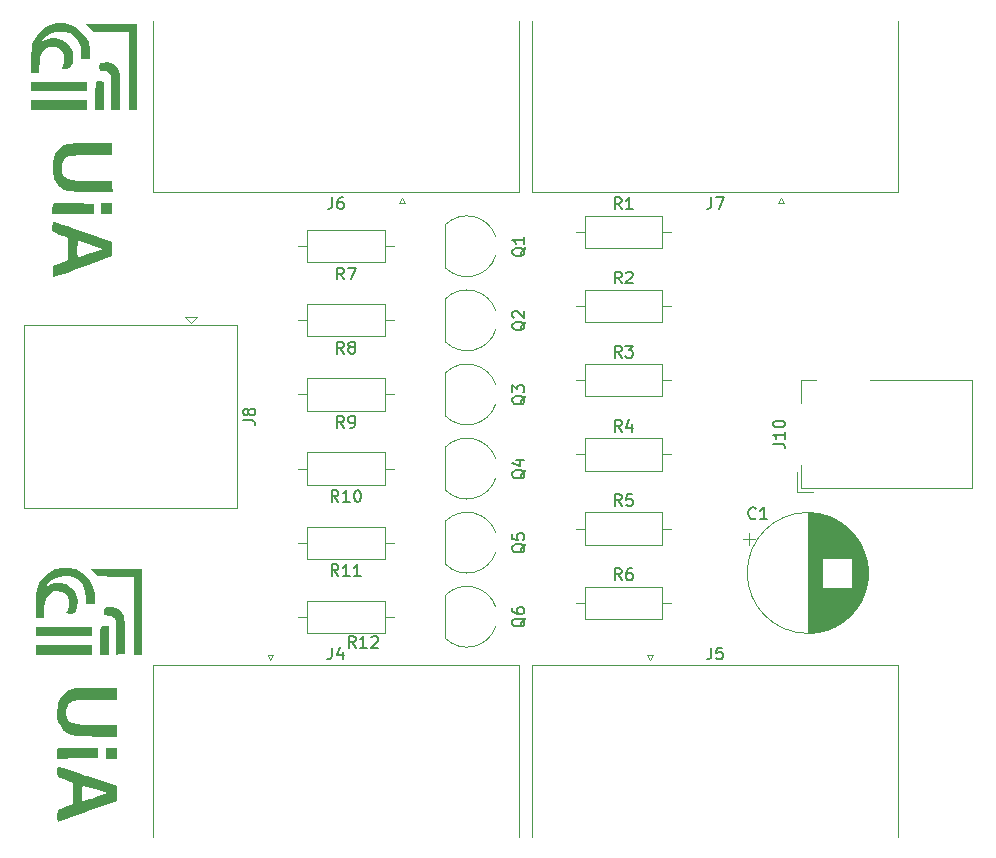
<source format=gbr>
%TF.GenerationSoftware,KiCad,Pcbnew,8.0.4*%
%TF.CreationDate,2024-09-02T12:40:36+02:00*%
%TF.ProjectId,Big7segDisplayDrv,42696737-7365-4674-9469-73706c617944,rev?*%
%TF.SameCoordinates,Original*%
%TF.FileFunction,Legend,Top*%
%TF.FilePolarity,Positive*%
%FSLAX46Y46*%
G04 Gerber Fmt 4.6, Leading zero omitted, Abs format (unit mm)*
G04 Created by KiCad (PCBNEW 8.0.4) date 2024-09-02 12:40:36*
%MOMM*%
%LPD*%
G01*
G04 APERTURE LIST*
%ADD10C,0.150000*%
%ADD11C,0.120000*%
%ADD12C,0.000000*%
G04 APERTURE END LIST*
D10*
X119176666Y-80785150D02*
X119176666Y-81499435D01*
X119176666Y-81499435D02*
X119129047Y-81642292D01*
X119129047Y-81642292D02*
X119033809Y-81737531D01*
X119033809Y-81737531D02*
X118890952Y-81785150D01*
X118890952Y-81785150D02*
X118795714Y-81785150D01*
X120081428Y-80785150D02*
X119890952Y-80785150D01*
X119890952Y-80785150D02*
X119795714Y-80832769D01*
X119795714Y-80832769D02*
X119748095Y-80880388D01*
X119748095Y-80880388D02*
X119652857Y-81023245D01*
X119652857Y-81023245D02*
X119605238Y-81213721D01*
X119605238Y-81213721D02*
X119605238Y-81594673D01*
X119605238Y-81594673D02*
X119652857Y-81689911D01*
X119652857Y-81689911D02*
X119700476Y-81737531D01*
X119700476Y-81737531D02*
X119795714Y-81785150D01*
X119795714Y-81785150D02*
X119986190Y-81785150D01*
X119986190Y-81785150D02*
X120081428Y-81737531D01*
X120081428Y-81737531D02*
X120129047Y-81689911D01*
X120129047Y-81689911D02*
X120176666Y-81594673D01*
X120176666Y-81594673D02*
X120176666Y-81356578D01*
X120176666Y-81356578D02*
X120129047Y-81261340D01*
X120129047Y-81261340D02*
X120081428Y-81213721D01*
X120081428Y-81213721D02*
X119986190Y-81166102D01*
X119986190Y-81166102D02*
X119795714Y-81166102D01*
X119795714Y-81166102D02*
X119700476Y-81213721D01*
X119700476Y-81213721D02*
X119652857Y-81261340D01*
X119652857Y-81261340D02*
X119605238Y-81356578D01*
X135530057Y-85047238D02*
X135482438Y-85142476D01*
X135482438Y-85142476D02*
X135387200Y-85237714D01*
X135387200Y-85237714D02*
X135244342Y-85380571D01*
X135244342Y-85380571D02*
X135196723Y-85475809D01*
X135196723Y-85475809D02*
X135196723Y-85571047D01*
X135434819Y-85523428D02*
X135387200Y-85618666D01*
X135387200Y-85618666D02*
X135291961Y-85713904D01*
X135291961Y-85713904D02*
X135101485Y-85761523D01*
X135101485Y-85761523D02*
X134768152Y-85761523D01*
X134768152Y-85761523D02*
X134577676Y-85713904D01*
X134577676Y-85713904D02*
X134482438Y-85618666D01*
X134482438Y-85618666D02*
X134434819Y-85523428D01*
X134434819Y-85523428D02*
X134434819Y-85332952D01*
X134434819Y-85332952D02*
X134482438Y-85237714D01*
X134482438Y-85237714D02*
X134577676Y-85142476D01*
X134577676Y-85142476D02*
X134768152Y-85094857D01*
X134768152Y-85094857D02*
X135101485Y-85094857D01*
X135101485Y-85094857D02*
X135291961Y-85142476D01*
X135291961Y-85142476D02*
X135387200Y-85237714D01*
X135387200Y-85237714D02*
X135434819Y-85332952D01*
X135434819Y-85332952D02*
X135434819Y-85523428D01*
X135434819Y-84142476D02*
X135434819Y-84713904D01*
X135434819Y-84428190D02*
X134434819Y-84428190D01*
X134434819Y-84428190D02*
X134577676Y-84523428D01*
X134577676Y-84523428D02*
X134672914Y-84618666D01*
X134672914Y-84618666D02*
X134720533Y-84713904D01*
X151276666Y-80785150D02*
X151276666Y-81499435D01*
X151276666Y-81499435D02*
X151229047Y-81642292D01*
X151229047Y-81642292D02*
X151133809Y-81737531D01*
X151133809Y-81737531D02*
X150990952Y-81785150D01*
X150990952Y-81785150D02*
X150895714Y-81785150D01*
X151657619Y-80785150D02*
X152324285Y-80785150D01*
X152324285Y-80785150D02*
X151895714Y-81785150D01*
X156504819Y-101659523D02*
X157219104Y-101659523D01*
X157219104Y-101659523D02*
X157361961Y-101707142D01*
X157361961Y-101707142D02*
X157457200Y-101802380D01*
X157457200Y-101802380D02*
X157504819Y-101945237D01*
X157504819Y-101945237D02*
X157504819Y-102040475D01*
X157504819Y-100659523D02*
X157504819Y-101230951D01*
X157504819Y-100945237D02*
X156504819Y-100945237D01*
X156504819Y-100945237D02*
X156647676Y-101040475D01*
X156647676Y-101040475D02*
X156742914Y-101135713D01*
X156742914Y-101135713D02*
X156790533Y-101230951D01*
X156504819Y-100040475D02*
X156504819Y-99945237D01*
X156504819Y-99945237D02*
X156552438Y-99849999D01*
X156552438Y-99849999D02*
X156600057Y-99802380D01*
X156600057Y-99802380D02*
X156695295Y-99754761D01*
X156695295Y-99754761D02*
X156885771Y-99707142D01*
X156885771Y-99707142D02*
X157123866Y-99707142D01*
X157123866Y-99707142D02*
X157314342Y-99754761D01*
X157314342Y-99754761D02*
X157409580Y-99802380D01*
X157409580Y-99802380D02*
X157457200Y-99849999D01*
X157457200Y-99849999D02*
X157504819Y-99945237D01*
X157504819Y-99945237D02*
X157504819Y-100040475D01*
X157504819Y-100040475D02*
X157457200Y-100135713D01*
X157457200Y-100135713D02*
X157409580Y-100183332D01*
X157409580Y-100183332D02*
X157314342Y-100230951D01*
X157314342Y-100230951D02*
X157123866Y-100278570D01*
X157123866Y-100278570D02*
X156885771Y-100278570D01*
X156885771Y-100278570D02*
X156695295Y-100230951D01*
X156695295Y-100230951D02*
X156600057Y-100183332D01*
X156600057Y-100183332D02*
X156552438Y-100135713D01*
X156552438Y-100135713D02*
X156504819Y-100040475D01*
X135530057Y-110143238D02*
X135482438Y-110238476D01*
X135482438Y-110238476D02*
X135387200Y-110333714D01*
X135387200Y-110333714D02*
X135244342Y-110476571D01*
X135244342Y-110476571D02*
X135196723Y-110571809D01*
X135196723Y-110571809D02*
X135196723Y-110667047D01*
X135434819Y-110619428D02*
X135387200Y-110714666D01*
X135387200Y-110714666D02*
X135291961Y-110809904D01*
X135291961Y-110809904D02*
X135101485Y-110857523D01*
X135101485Y-110857523D02*
X134768152Y-110857523D01*
X134768152Y-110857523D02*
X134577676Y-110809904D01*
X134577676Y-110809904D02*
X134482438Y-110714666D01*
X134482438Y-110714666D02*
X134434819Y-110619428D01*
X134434819Y-110619428D02*
X134434819Y-110428952D01*
X134434819Y-110428952D02*
X134482438Y-110333714D01*
X134482438Y-110333714D02*
X134577676Y-110238476D01*
X134577676Y-110238476D02*
X134768152Y-110190857D01*
X134768152Y-110190857D02*
X135101485Y-110190857D01*
X135101485Y-110190857D02*
X135291961Y-110238476D01*
X135291961Y-110238476D02*
X135387200Y-110333714D01*
X135387200Y-110333714D02*
X135434819Y-110428952D01*
X135434819Y-110428952D02*
X135434819Y-110619428D01*
X134434819Y-109286095D02*
X134434819Y-109762285D01*
X134434819Y-109762285D02*
X134911009Y-109809904D01*
X134911009Y-109809904D02*
X134863390Y-109762285D01*
X134863390Y-109762285D02*
X134815771Y-109667047D01*
X134815771Y-109667047D02*
X134815771Y-109428952D01*
X134815771Y-109428952D02*
X134863390Y-109333714D01*
X134863390Y-109333714D02*
X134911009Y-109286095D01*
X134911009Y-109286095D02*
X135006247Y-109238476D01*
X135006247Y-109238476D02*
X135244342Y-109238476D01*
X135244342Y-109238476D02*
X135339580Y-109286095D01*
X135339580Y-109286095D02*
X135387200Y-109333714D01*
X135387200Y-109333714D02*
X135434819Y-109428952D01*
X135434819Y-109428952D02*
X135434819Y-109667047D01*
X135434819Y-109667047D02*
X135387200Y-109762285D01*
X135387200Y-109762285D02*
X135339580Y-109809904D01*
X155033333Y-107959580D02*
X154985714Y-108007200D01*
X154985714Y-108007200D02*
X154842857Y-108054819D01*
X154842857Y-108054819D02*
X154747619Y-108054819D01*
X154747619Y-108054819D02*
X154604762Y-108007200D01*
X154604762Y-108007200D02*
X154509524Y-107911961D01*
X154509524Y-107911961D02*
X154461905Y-107816723D01*
X154461905Y-107816723D02*
X154414286Y-107626247D01*
X154414286Y-107626247D02*
X154414286Y-107483390D01*
X154414286Y-107483390D02*
X154461905Y-107292914D01*
X154461905Y-107292914D02*
X154509524Y-107197676D01*
X154509524Y-107197676D02*
X154604762Y-107102438D01*
X154604762Y-107102438D02*
X154747619Y-107054819D01*
X154747619Y-107054819D02*
X154842857Y-107054819D01*
X154842857Y-107054819D02*
X154985714Y-107102438D01*
X154985714Y-107102438D02*
X155033333Y-107150057D01*
X155985714Y-108054819D02*
X155414286Y-108054819D01*
X155700000Y-108054819D02*
X155700000Y-107054819D01*
X155700000Y-107054819D02*
X155604762Y-107197676D01*
X155604762Y-107197676D02*
X155509524Y-107292914D01*
X155509524Y-107292914D02*
X155414286Y-107340533D01*
X143673333Y-94370819D02*
X143340000Y-93894628D01*
X143101905Y-94370819D02*
X143101905Y-93370819D01*
X143101905Y-93370819D02*
X143482857Y-93370819D01*
X143482857Y-93370819D02*
X143578095Y-93418438D01*
X143578095Y-93418438D02*
X143625714Y-93466057D01*
X143625714Y-93466057D02*
X143673333Y-93561295D01*
X143673333Y-93561295D02*
X143673333Y-93704152D01*
X143673333Y-93704152D02*
X143625714Y-93799390D01*
X143625714Y-93799390D02*
X143578095Y-93847009D01*
X143578095Y-93847009D02*
X143482857Y-93894628D01*
X143482857Y-93894628D02*
X143101905Y-93894628D01*
X144006667Y-93370819D02*
X144625714Y-93370819D01*
X144625714Y-93370819D02*
X144292381Y-93751771D01*
X144292381Y-93751771D02*
X144435238Y-93751771D01*
X144435238Y-93751771D02*
X144530476Y-93799390D01*
X144530476Y-93799390D02*
X144578095Y-93847009D01*
X144578095Y-93847009D02*
X144625714Y-93942247D01*
X144625714Y-93942247D02*
X144625714Y-94180342D01*
X144625714Y-94180342D02*
X144578095Y-94275580D01*
X144578095Y-94275580D02*
X144530476Y-94323200D01*
X144530476Y-94323200D02*
X144435238Y-94370819D01*
X144435238Y-94370819D02*
X144149524Y-94370819D01*
X144149524Y-94370819D02*
X144054286Y-94323200D01*
X144054286Y-94323200D02*
X144006667Y-94275580D01*
X135530057Y-91321238D02*
X135482438Y-91416476D01*
X135482438Y-91416476D02*
X135387200Y-91511714D01*
X135387200Y-91511714D02*
X135244342Y-91654571D01*
X135244342Y-91654571D02*
X135196723Y-91749809D01*
X135196723Y-91749809D02*
X135196723Y-91845047D01*
X135434819Y-91797428D02*
X135387200Y-91892666D01*
X135387200Y-91892666D02*
X135291961Y-91987904D01*
X135291961Y-91987904D02*
X135101485Y-92035523D01*
X135101485Y-92035523D02*
X134768152Y-92035523D01*
X134768152Y-92035523D02*
X134577676Y-91987904D01*
X134577676Y-91987904D02*
X134482438Y-91892666D01*
X134482438Y-91892666D02*
X134434819Y-91797428D01*
X134434819Y-91797428D02*
X134434819Y-91606952D01*
X134434819Y-91606952D02*
X134482438Y-91511714D01*
X134482438Y-91511714D02*
X134577676Y-91416476D01*
X134577676Y-91416476D02*
X134768152Y-91368857D01*
X134768152Y-91368857D02*
X135101485Y-91368857D01*
X135101485Y-91368857D02*
X135291961Y-91416476D01*
X135291961Y-91416476D02*
X135387200Y-91511714D01*
X135387200Y-91511714D02*
X135434819Y-91606952D01*
X135434819Y-91606952D02*
X135434819Y-91797428D01*
X134530057Y-90987904D02*
X134482438Y-90940285D01*
X134482438Y-90940285D02*
X134434819Y-90845047D01*
X134434819Y-90845047D02*
X134434819Y-90606952D01*
X134434819Y-90606952D02*
X134482438Y-90511714D01*
X134482438Y-90511714D02*
X134530057Y-90464095D01*
X134530057Y-90464095D02*
X134625295Y-90416476D01*
X134625295Y-90416476D02*
X134720533Y-90416476D01*
X134720533Y-90416476D02*
X134863390Y-90464095D01*
X134863390Y-90464095D02*
X135434819Y-91035523D01*
X135434819Y-91035523D02*
X135434819Y-90416476D01*
X111654819Y-99695833D02*
X112369104Y-99695833D01*
X112369104Y-99695833D02*
X112511961Y-99743452D01*
X112511961Y-99743452D02*
X112607200Y-99838690D01*
X112607200Y-99838690D02*
X112654819Y-99981547D01*
X112654819Y-99981547D02*
X112654819Y-100076785D01*
X112083390Y-99076785D02*
X112035771Y-99172023D01*
X112035771Y-99172023D02*
X111988152Y-99219642D01*
X111988152Y-99219642D02*
X111892914Y-99267261D01*
X111892914Y-99267261D02*
X111845295Y-99267261D01*
X111845295Y-99267261D02*
X111750057Y-99219642D01*
X111750057Y-99219642D02*
X111702438Y-99172023D01*
X111702438Y-99172023D02*
X111654819Y-99076785D01*
X111654819Y-99076785D02*
X111654819Y-98886309D01*
X111654819Y-98886309D02*
X111702438Y-98791071D01*
X111702438Y-98791071D02*
X111750057Y-98743452D01*
X111750057Y-98743452D02*
X111845295Y-98695833D01*
X111845295Y-98695833D02*
X111892914Y-98695833D01*
X111892914Y-98695833D02*
X111988152Y-98743452D01*
X111988152Y-98743452D02*
X112035771Y-98791071D01*
X112035771Y-98791071D02*
X112083390Y-98886309D01*
X112083390Y-98886309D02*
X112083390Y-99076785D01*
X112083390Y-99076785D02*
X112131009Y-99172023D01*
X112131009Y-99172023D02*
X112178628Y-99219642D01*
X112178628Y-99219642D02*
X112273866Y-99267261D01*
X112273866Y-99267261D02*
X112464342Y-99267261D01*
X112464342Y-99267261D02*
X112559580Y-99219642D01*
X112559580Y-99219642D02*
X112607200Y-99172023D01*
X112607200Y-99172023D02*
X112654819Y-99076785D01*
X112654819Y-99076785D02*
X112654819Y-98886309D01*
X112654819Y-98886309D02*
X112607200Y-98791071D01*
X112607200Y-98791071D02*
X112559580Y-98743452D01*
X112559580Y-98743452D02*
X112464342Y-98695833D01*
X112464342Y-98695833D02*
X112273866Y-98695833D01*
X112273866Y-98695833D02*
X112178628Y-98743452D01*
X112178628Y-98743452D02*
X112131009Y-98791071D01*
X112131009Y-98791071D02*
X112083390Y-98886309D01*
X135530057Y-103869238D02*
X135482438Y-103964476D01*
X135482438Y-103964476D02*
X135387200Y-104059714D01*
X135387200Y-104059714D02*
X135244342Y-104202571D01*
X135244342Y-104202571D02*
X135196723Y-104297809D01*
X135196723Y-104297809D02*
X135196723Y-104393047D01*
X135434819Y-104345428D02*
X135387200Y-104440666D01*
X135387200Y-104440666D02*
X135291961Y-104535904D01*
X135291961Y-104535904D02*
X135101485Y-104583523D01*
X135101485Y-104583523D02*
X134768152Y-104583523D01*
X134768152Y-104583523D02*
X134577676Y-104535904D01*
X134577676Y-104535904D02*
X134482438Y-104440666D01*
X134482438Y-104440666D02*
X134434819Y-104345428D01*
X134434819Y-104345428D02*
X134434819Y-104154952D01*
X134434819Y-104154952D02*
X134482438Y-104059714D01*
X134482438Y-104059714D02*
X134577676Y-103964476D01*
X134577676Y-103964476D02*
X134768152Y-103916857D01*
X134768152Y-103916857D02*
X135101485Y-103916857D01*
X135101485Y-103916857D02*
X135291961Y-103964476D01*
X135291961Y-103964476D02*
X135387200Y-104059714D01*
X135387200Y-104059714D02*
X135434819Y-104154952D01*
X135434819Y-104154952D02*
X135434819Y-104345428D01*
X134768152Y-103059714D02*
X135434819Y-103059714D01*
X134387200Y-103297809D02*
X135101485Y-103535904D01*
X135101485Y-103535904D02*
X135101485Y-102916857D01*
X120173333Y-100310819D02*
X119840000Y-99834628D01*
X119601905Y-100310819D02*
X119601905Y-99310819D01*
X119601905Y-99310819D02*
X119982857Y-99310819D01*
X119982857Y-99310819D02*
X120078095Y-99358438D01*
X120078095Y-99358438D02*
X120125714Y-99406057D01*
X120125714Y-99406057D02*
X120173333Y-99501295D01*
X120173333Y-99501295D02*
X120173333Y-99644152D01*
X120173333Y-99644152D02*
X120125714Y-99739390D01*
X120125714Y-99739390D02*
X120078095Y-99787009D01*
X120078095Y-99787009D02*
X119982857Y-99834628D01*
X119982857Y-99834628D02*
X119601905Y-99834628D01*
X120649524Y-100310819D02*
X120840000Y-100310819D01*
X120840000Y-100310819D02*
X120935238Y-100263200D01*
X120935238Y-100263200D02*
X120982857Y-100215580D01*
X120982857Y-100215580D02*
X121078095Y-100072723D01*
X121078095Y-100072723D02*
X121125714Y-99882247D01*
X121125714Y-99882247D02*
X121125714Y-99501295D01*
X121125714Y-99501295D02*
X121078095Y-99406057D01*
X121078095Y-99406057D02*
X121030476Y-99358438D01*
X121030476Y-99358438D02*
X120935238Y-99310819D01*
X120935238Y-99310819D02*
X120744762Y-99310819D01*
X120744762Y-99310819D02*
X120649524Y-99358438D01*
X120649524Y-99358438D02*
X120601905Y-99406057D01*
X120601905Y-99406057D02*
X120554286Y-99501295D01*
X120554286Y-99501295D02*
X120554286Y-99739390D01*
X120554286Y-99739390D02*
X120601905Y-99834628D01*
X120601905Y-99834628D02*
X120649524Y-99882247D01*
X120649524Y-99882247D02*
X120744762Y-99929866D01*
X120744762Y-99929866D02*
X120935238Y-99929866D01*
X120935238Y-99929866D02*
X121030476Y-99882247D01*
X121030476Y-99882247D02*
X121078095Y-99834628D01*
X121078095Y-99834628D02*
X121125714Y-99739390D01*
X143673333Y-81810819D02*
X143340000Y-81334628D01*
X143101905Y-81810819D02*
X143101905Y-80810819D01*
X143101905Y-80810819D02*
X143482857Y-80810819D01*
X143482857Y-80810819D02*
X143578095Y-80858438D01*
X143578095Y-80858438D02*
X143625714Y-80906057D01*
X143625714Y-80906057D02*
X143673333Y-81001295D01*
X143673333Y-81001295D02*
X143673333Y-81144152D01*
X143673333Y-81144152D02*
X143625714Y-81239390D01*
X143625714Y-81239390D02*
X143578095Y-81287009D01*
X143578095Y-81287009D02*
X143482857Y-81334628D01*
X143482857Y-81334628D02*
X143101905Y-81334628D01*
X144625714Y-81810819D02*
X144054286Y-81810819D01*
X144340000Y-81810819D02*
X144340000Y-80810819D01*
X144340000Y-80810819D02*
X144244762Y-80953676D01*
X144244762Y-80953676D02*
X144149524Y-81048914D01*
X144149524Y-81048914D02*
X144054286Y-81096533D01*
X143673333Y-88090819D02*
X143340000Y-87614628D01*
X143101905Y-88090819D02*
X143101905Y-87090819D01*
X143101905Y-87090819D02*
X143482857Y-87090819D01*
X143482857Y-87090819D02*
X143578095Y-87138438D01*
X143578095Y-87138438D02*
X143625714Y-87186057D01*
X143625714Y-87186057D02*
X143673333Y-87281295D01*
X143673333Y-87281295D02*
X143673333Y-87424152D01*
X143673333Y-87424152D02*
X143625714Y-87519390D01*
X143625714Y-87519390D02*
X143578095Y-87567009D01*
X143578095Y-87567009D02*
X143482857Y-87614628D01*
X143482857Y-87614628D02*
X143101905Y-87614628D01*
X144054286Y-87186057D02*
X144101905Y-87138438D01*
X144101905Y-87138438D02*
X144197143Y-87090819D01*
X144197143Y-87090819D02*
X144435238Y-87090819D01*
X144435238Y-87090819D02*
X144530476Y-87138438D01*
X144530476Y-87138438D02*
X144578095Y-87186057D01*
X144578095Y-87186057D02*
X144625714Y-87281295D01*
X144625714Y-87281295D02*
X144625714Y-87376533D01*
X144625714Y-87376533D02*
X144578095Y-87519390D01*
X144578095Y-87519390D02*
X144006667Y-88090819D01*
X144006667Y-88090819D02*
X144625714Y-88090819D01*
X119156666Y-118924488D02*
X119156666Y-119638773D01*
X119156666Y-119638773D02*
X119109047Y-119781630D01*
X119109047Y-119781630D02*
X119013809Y-119876869D01*
X119013809Y-119876869D02*
X118870952Y-119924488D01*
X118870952Y-119924488D02*
X118775714Y-119924488D01*
X120061428Y-119257821D02*
X120061428Y-119924488D01*
X119823333Y-118876869D02*
X119585238Y-119591154D01*
X119585238Y-119591154D02*
X120204285Y-119591154D01*
X120173333Y-94030819D02*
X119840000Y-93554628D01*
X119601905Y-94030819D02*
X119601905Y-93030819D01*
X119601905Y-93030819D02*
X119982857Y-93030819D01*
X119982857Y-93030819D02*
X120078095Y-93078438D01*
X120078095Y-93078438D02*
X120125714Y-93126057D01*
X120125714Y-93126057D02*
X120173333Y-93221295D01*
X120173333Y-93221295D02*
X120173333Y-93364152D01*
X120173333Y-93364152D02*
X120125714Y-93459390D01*
X120125714Y-93459390D02*
X120078095Y-93507009D01*
X120078095Y-93507009D02*
X119982857Y-93554628D01*
X119982857Y-93554628D02*
X119601905Y-93554628D01*
X120744762Y-93459390D02*
X120649524Y-93411771D01*
X120649524Y-93411771D02*
X120601905Y-93364152D01*
X120601905Y-93364152D02*
X120554286Y-93268914D01*
X120554286Y-93268914D02*
X120554286Y-93221295D01*
X120554286Y-93221295D02*
X120601905Y-93126057D01*
X120601905Y-93126057D02*
X120649524Y-93078438D01*
X120649524Y-93078438D02*
X120744762Y-93030819D01*
X120744762Y-93030819D02*
X120935238Y-93030819D01*
X120935238Y-93030819D02*
X121030476Y-93078438D01*
X121030476Y-93078438D02*
X121078095Y-93126057D01*
X121078095Y-93126057D02*
X121125714Y-93221295D01*
X121125714Y-93221295D02*
X121125714Y-93268914D01*
X121125714Y-93268914D02*
X121078095Y-93364152D01*
X121078095Y-93364152D02*
X121030476Y-93411771D01*
X121030476Y-93411771D02*
X120935238Y-93459390D01*
X120935238Y-93459390D02*
X120744762Y-93459390D01*
X120744762Y-93459390D02*
X120649524Y-93507009D01*
X120649524Y-93507009D02*
X120601905Y-93554628D01*
X120601905Y-93554628D02*
X120554286Y-93649866D01*
X120554286Y-93649866D02*
X120554286Y-93840342D01*
X120554286Y-93840342D02*
X120601905Y-93935580D01*
X120601905Y-93935580D02*
X120649524Y-93983200D01*
X120649524Y-93983200D02*
X120744762Y-94030819D01*
X120744762Y-94030819D02*
X120935238Y-94030819D01*
X120935238Y-94030819D02*
X121030476Y-93983200D01*
X121030476Y-93983200D02*
X121078095Y-93935580D01*
X121078095Y-93935580D02*
X121125714Y-93840342D01*
X121125714Y-93840342D02*
X121125714Y-93649866D01*
X121125714Y-93649866D02*
X121078095Y-93554628D01*
X121078095Y-93554628D02*
X121030476Y-93507009D01*
X121030476Y-93507009D02*
X120935238Y-93459390D01*
X143673333Y-100650819D02*
X143340000Y-100174628D01*
X143101905Y-100650819D02*
X143101905Y-99650819D01*
X143101905Y-99650819D02*
X143482857Y-99650819D01*
X143482857Y-99650819D02*
X143578095Y-99698438D01*
X143578095Y-99698438D02*
X143625714Y-99746057D01*
X143625714Y-99746057D02*
X143673333Y-99841295D01*
X143673333Y-99841295D02*
X143673333Y-99984152D01*
X143673333Y-99984152D02*
X143625714Y-100079390D01*
X143625714Y-100079390D02*
X143578095Y-100127009D01*
X143578095Y-100127009D02*
X143482857Y-100174628D01*
X143482857Y-100174628D02*
X143101905Y-100174628D01*
X144530476Y-99984152D02*
X144530476Y-100650819D01*
X144292381Y-99603200D02*
X144054286Y-100317485D01*
X144054286Y-100317485D02*
X144673333Y-100317485D01*
X135530057Y-116417238D02*
X135482438Y-116512476D01*
X135482438Y-116512476D02*
X135387200Y-116607714D01*
X135387200Y-116607714D02*
X135244342Y-116750571D01*
X135244342Y-116750571D02*
X135196723Y-116845809D01*
X135196723Y-116845809D02*
X135196723Y-116941047D01*
X135434819Y-116893428D02*
X135387200Y-116988666D01*
X135387200Y-116988666D02*
X135291961Y-117083904D01*
X135291961Y-117083904D02*
X135101485Y-117131523D01*
X135101485Y-117131523D02*
X134768152Y-117131523D01*
X134768152Y-117131523D02*
X134577676Y-117083904D01*
X134577676Y-117083904D02*
X134482438Y-116988666D01*
X134482438Y-116988666D02*
X134434819Y-116893428D01*
X134434819Y-116893428D02*
X134434819Y-116702952D01*
X134434819Y-116702952D02*
X134482438Y-116607714D01*
X134482438Y-116607714D02*
X134577676Y-116512476D01*
X134577676Y-116512476D02*
X134768152Y-116464857D01*
X134768152Y-116464857D02*
X135101485Y-116464857D01*
X135101485Y-116464857D02*
X135291961Y-116512476D01*
X135291961Y-116512476D02*
X135387200Y-116607714D01*
X135387200Y-116607714D02*
X135434819Y-116702952D01*
X135434819Y-116702952D02*
X135434819Y-116893428D01*
X134434819Y-115607714D02*
X134434819Y-115798190D01*
X134434819Y-115798190D02*
X134482438Y-115893428D01*
X134482438Y-115893428D02*
X134530057Y-115941047D01*
X134530057Y-115941047D02*
X134672914Y-116036285D01*
X134672914Y-116036285D02*
X134863390Y-116083904D01*
X134863390Y-116083904D02*
X135244342Y-116083904D01*
X135244342Y-116083904D02*
X135339580Y-116036285D01*
X135339580Y-116036285D02*
X135387200Y-115988666D01*
X135387200Y-115988666D02*
X135434819Y-115893428D01*
X135434819Y-115893428D02*
X135434819Y-115702952D01*
X135434819Y-115702952D02*
X135387200Y-115607714D01*
X135387200Y-115607714D02*
X135339580Y-115560095D01*
X135339580Y-115560095D02*
X135244342Y-115512476D01*
X135244342Y-115512476D02*
X135006247Y-115512476D01*
X135006247Y-115512476D02*
X134911009Y-115560095D01*
X134911009Y-115560095D02*
X134863390Y-115607714D01*
X134863390Y-115607714D02*
X134815771Y-115702952D01*
X134815771Y-115702952D02*
X134815771Y-115893428D01*
X134815771Y-115893428D02*
X134863390Y-115988666D01*
X134863390Y-115988666D02*
X134911009Y-116036285D01*
X134911009Y-116036285D02*
X135006247Y-116083904D01*
X119697142Y-106590819D02*
X119363809Y-106114628D01*
X119125714Y-106590819D02*
X119125714Y-105590819D01*
X119125714Y-105590819D02*
X119506666Y-105590819D01*
X119506666Y-105590819D02*
X119601904Y-105638438D01*
X119601904Y-105638438D02*
X119649523Y-105686057D01*
X119649523Y-105686057D02*
X119697142Y-105781295D01*
X119697142Y-105781295D02*
X119697142Y-105924152D01*
X119697142Y-105924152D02*
X119649523Y-106019390D01*
X119649523Y-106019390D02*
X119601904Y-106067009D01*
X119601904Y-106067009D02*
X119506666Y-106114628D01*
X119506666Y-106114628D02*
X119125714Y-106114628D01*
X120649523Y-106590819D02*
X120078095Y-106590819D01*
X120363809Y-106590819D02*
X120363809Y-105590819D01*
X120363809Y-105590819D02*
X120268571Y-105733676D01*
X120268571Y-105733676D02*
X120173333Y-105828914D01*
X120173333Y-105828914D02*
X120078095Y-105876533D01*
X121268571Y-105590819D02*
X121363809Y-105590819D01*
X121363809Y-105590819D02*
X121459047Y-105638438D01*
X121459047Y-105638438D02*
X121506666Y-105686057D01*
X121506666Y-105686057D02*
X121554285Y-105781295D01*
X121554285Y-105781295D02*
X121601904Y-105971771D01*
X121601904Y-105971771D02*
X121601904Y-106209866D01*
X121601904Y-106209866D02*
X121554285Y-106400342D01*
X121554285Y-106400342D02*
X121506666Y-106495580D01*
X121506666Y-106495580D02*
X121459047Y-106543200D01*
X121459047Y-106543200D02*
X121363809Y-106590819D01*
X121363809Y-106590819D02*
X121268571Y-106590819D01*
X121268571Y-106590819D02*
X121173333Y-106543200D01*
X121173333Y-106543200D02*
X121125714Y-106495580D01*
X121125714Y-106495580D02*
X121078095Y-106400342D01*
X121078095Y-106400342D02*
X121030476Y-106209866D01*
X121030476Y-106209866D02*
X121030476Y-105971771D01*
X121030476Y-105971771D02*
X121078095Y-105781295D01*
X121078095Y-105781295D02*
X121125714Y-105686057D01*
X121125714Y-105686057D02*
X121173333Y-105638438D01*
X121173333Y-105638438D02*
X121268571Y-105590819D01*
X121157142Y-118954819D02*
X120823809Y-118478628D01*
X120585714Y-118954819D02*
X120585714Y-117954819D01*
X120585714Y-117954819D02*
X120966666Y-117954819D01*
X120966666Y-117954819D02*
X121061904Y-118002438D01*
X121061904Y-118002438D02*
X121109523Y-118050057D01*
X121109523Y-118050057D02*
X121157142Y-118145295D01*
X121157142Y-118145295D02*
X121157142Y-118288152D01*
X121157142Y-118288152D02*
X121109523Y-118383390D01*
X121109523Y-118383390D02*
X121061904Y-118431009D01*
X121061904Y-118431009D02*
X120966666Y-118478628D01*
X120966666Y-118478628D02*
X120585714Y-118478628D01*
X122109523Y-118954819D02*
X121538095Y-118954819D01*
X121823809Y-118954819D02*
X121823809Y-117954819D01*
X121823809Y-117954819D02*
X121728571Y-118097676D01*
X121728571Y-118097676D02*
X121633333Y-118192914D01*
X121633333Y-118192914D02*
X121538095Y-118240533D01*
X122490476Y-118050057D02*
X122538095Y-118002438D01*
X122538095Y-118002438D02*
X122633333Y-117954819D01*
X122633333Y-117954819D02*
X122871428Y-117954819D01*
X122871428Y-117954819D02*
X122966666Y-118002438D01*
X122966666Y-118002438D02*
X123014285Y-118050057D01*
X123014285Y-118050057D02*
X123061904Y-118145295D01*
X123061904Y-118145295D02*
X123061904Y-118240533D01*
X123061904Y-118240533D02*
X123014285Y-118383390D01*
X123014285Y-118383390D02*
X122442857Y-118954819D01*
X122442857Y-118954819D02*
X123061904Y-118954819D01*
X120173333Y-87750819D02*
X119840000Y-87274628D01*
X119601905Y-87750819D02*
X119601905Y-86750819D01*
X119601905Y-86750819D02*
X119982857Y-86750819D01*
X119982857Y-86750819D02*
X120078095Y-86798438D01*
X120078095Y-86798438D02*
X120125714Y-86846057D01*
X120125714Y-86846057D02*
X120173333Y-86941295D01*
X120173333Y-86941295D02*
X120173333Y-87084152D01*
X120173333Y-87084152D02*
X120125714Y-87179390D01*
X120125714Y-87179390D02*
X120078095Y-87227009D01*
X120078095Y-87227009D02*
X119982857Y-87274628D01*
X119982857Y-87274628D02*
X119601905Y-87274628D01*
X120506667Y-86750819D02*
X121173333Y-86750819D01*
X121173333Y-86750819D02*
X120744762Y-87750819D01*
X151256666Y-118924488D02*
X151256666Y-119638773D01*
X151256666Y-119638773D02*
X151209047Y-119781630D01*
X151209047Y-119781630D02*
X151113809Y-119876869D01*
X151113809Y-119876869D02*
X150970952Y-119924488D01*
X150970952Y-119924488D02*
X150875714Y-119924488D01*
X152209047Y-118924488D02*
X151732857Y-118924488D01*
X151732857Y-118924488D02*
X151685238Y-119400678D01*
X151685238Y-119400678D02*
X151732857Y-119353059D01*
X151732857Y-119353059D02*
X151828095Y-119305440D01*
X151828095Y-119305440D02*
X152066190Y-119305440D01*
X152066190Y-119305440D02*
X152161428Y-119353059D01*
X152161428Y-119353059D02*
X152209047Y-119400678D01*
X152209047Y-119400678D02*
X152256666Y-119495916D01*
X152256666Y-119495916D02*
X152256666Y-119734011D01*
X152256666Y-119734011D02*
X152209047Y-119829249D01*
X152209047Y-119829249D02*
X152161428Y-119876869D01*
X152161428Y-119876869D02*
X152066190Y-119924488D01*
X152066190Y-119924488D02*
X151828095Y-119924488D01*
X151828095Y-119924488D02*
X151732857Y-119876869D01*
X151732857Y-119876869D02*
X151685238Y-119829249D01*
X143673333Y-113210819D02*
X143340000Y-112734628D01*
X143101905Y-113210819D02*
X143101905Y-112210819D01*
X143101905Y-112210819D02*
X143482857Y-112210819D01*
X143482857Y-112210819D02*
X143578095Y-112258438D01*
X143578095Y-112258438D02*
X143625714Y-112306057D01*
X143625714Y-112306057D02*
X143673333Y-112401295D01*
X143673333Y-112401295D02*
X143673333Y-112544152D01*
X143673333Y-112544152D02*
X143625714Y-112639390D01*
X143625714Y-112639390D02*
X143578095Y-112687009D01*
X143578095Y-112687009D02*
X143482857Y-112734628D01*
X143482857Y-112734628D02*
X143101905Y-112734628D01*
X144530476Y-112210819D02*
X144340000Y-112210819D01*
X144340000Y-112210819D02*
X144244762Y-112258438D01*
X144244762Y-112258438D02*
X144197143Y-112306057D01*
X144197143Y-112306057D02*
X144101905Y-112448914D01*
X144101905Y-112448914D02*
X144054286Y-112639390D01*
X144054286Y-112639390D02*
X144054286Y-113020342D01*
X144054286Y-113020342D02*
X144101905Y-113115580D01*
X144101905Y-113115580D02*
X144149524Y-113163200D01*
X144149524Y-113163200D02*
X144244762Y-113210819D01*
X144244762Y-113210819D02*
X144435238Y-113210819D01*
X144435238Y-113210819D02*
X144530476Y-113163200D01*
X144530476Y-113163200D02*
X144578095Y-113115580D01*
X144578095Y-113115580D02*
X144625714Y-113020342D01*
X144625714Y-113020342D02*
X144625714Y-112782247D01*
X144625714Y-112782247D02*
X144578095Y-112687009D01*
X144578095Y-112687009D02*
X144530476Y-112639390D01*
X144530476Y-112639390D02*
X144435238Y-112591771D01*
X144435238Y-112591771D02*
X144244762Y-112591771D01*
X144244762Y-112591771D02*
X144149524Y-112639390D01*
X144149524Y-112639390D02*
X144101905Y-112687009D01*
X144101905Y-112687009D02*
X144054286Y-112782247D01*
X143673333Y-106930819D02*
X143340000Y-106454628D01*
X143101905Y-106930819D02*
X143101905Y-105930819D01*
X143101905Y-105930819D02*
X143482857Y-105930819D01*
X143482857Y-105930819D02*
X143578095Y-105978438D01*
X143578095Y-105978438D02*
X143625714Y-106026057D01*
X143625714Y-106026057D02*
X143673333Y-106121295D01*
X143673333Y-106121295D02*
X143673333Y-106264152D01*
X143673333Y-106264152D02*
X143625714Y-106359390D01*
X143625714Y-106359390D02*
X143578095Y-106407009D01*
X143578095Y-106407009D02*
X143482857Y-106454628D01*
X143482857Y-106454628D02*
X143101905Y-106454628D01*
X144578095Y-105930819D02*
X144101905Y-105930819D01*
X144101905Y-105930819D02*
X144054286Y-106407009D01*
X144054286Y-106407009D02*
X144101905Y-106359390D01*
X144101905Y-106359390D02*
X144197143Y-106311771D01*
X144197143Y-106311771D02*
X144435238Y-106311771D01*
X144435238Y-106311771D02*
X144530476Y-106359390D01*
X144530476Y-106359390D02*
X144578095Y-106407009D01*
X144578095Y-106407009D02*
X144625714Y-106502247D01*
X144625714Y-106502247D02*
X144625714Y-106740342D01*
X144625714Y-106740342D02*
X144578095Y-106835580D01*
X144578095Y-106835580D02*
X144530476Y-106883200D01*
X144530476Y-106883200D02*
X144435238Y-106930819D01*
X144435238Y-106930819D02*
X144197143Y-106930819D01*
X144197143Y-106930819D02*
X144101905Y-106883200D01*
X144101905Y-106883200D02*
X144054286Y-106835580D01*
X119697142Y-112870819D02*
X119363809Y-112394628D01*
X119125714Y-112870819D02*
X119125714Y-111870819D01*
X119125714Y-111870819D02*
X119506666Y-111870819D01*
X119506666Y-111870819D02*
X119601904Y-111918438D01*
X119601904Y-111918438D02*
X119649523Y-111966057D01*
X119649523Y-111966057D02*
X119697142Y-112061295D01*
X119697142Y-112061295D02*
X119697142Y-112204152D01*
X119697142Y-112204152D02*
X119649523Y-112299390D01*
X119649523Y-112299390D02*
X119601904Y-112347009D01*
X119601904Y-112347009D02*
X119506666Y-112394628D01*
X119506666Y-112394628D02*
X119125714Y-112394628D01*
X120649523Y-112870819D02*
X120078095Y-112870819D01*
X120363809Y-112870819D02*
X120363809Y-111870819D01*
X120363809Y-111870819D02*
X120268571Y-112013676D01*
X120268571Y-112013676D02*
X120173333Y-112108914D01*
X120173333Y-112108914D02*
X120078095Y-112156533D01*
X121601904Y-112870819D02*
X121030476Y-112870819D01*
X121316190Y-112870819D02*
X121316190Y-111870819D01*
X121316190Y-111870819D02*
X121220952Y-112013676D01*
X121220952Y-112013676D02*
X121125714Y-112108914D01*
X121125714Y-112108914D02*
X121030476Y-112156533D01*
X135530057Y-97595238D02*
X135482438Y-97690476D01*
X135482438Y-97690476D02*
X135387200Y-97785714D01*
X135387200Y-97785714D02*
X135244342Y-97928571D01*
X135244342Y-97928571D02*
X135196723Y-98023809D01*
X135196723Y-98023809D02*
X135196723Y-98119047D01*
X135434819Y-98071428D02*
X135387200Y-98166666D01*
X135387200Y-98166666D02*
X135291961Y-98261904D01*
X135291961Y-98261904D02*
X135101485Y-98309523D01*
X135101485Y-98309523D02*
X134768152Y-98309523D01*
X134768152Y-98309523D02*
X134577676Y-98261904D01*
X134577676Y-98261904D02*
X134482438Y-98166666D01*
X134482438Y-98166666D02*
X134434819Y-98071428D01*
X134434819Y-98071428D02*
X134434819Y-97880952D01*
X134434819Y-97880952D02*
X134482438Y-97785714D01*
X134482438Y-97785714D02*
X134577676Y-97690476D01*
X134577676Y-97690476D02*
X134768152Y-97642857D01*
X134768152Y-97642857D02*
X135101485Y-97642857D01*
X135101485Y-97642857D02*
X135291961Y-97690476D01*
X135291961Y-97690476D02*
X135387200Y-97785714D01*
X135387200Y-97785714D02*
X135434819Y-97880952D01*
X135434819Y-97880952D02*
X135434819Y-98071428D01*
X134434819Y-97309523D02*
X134434819Y-96690476D01*
X134434819Y-96690476D02*
X134815771Y-97023809D01*
X134815771Y-97023809D02*
X134815771Y-96880952D01*
X134815771Y-96880952D02*
X134863390Y-96785714D01*
X134863390Y-96785714D02*
X134911009Y-96738095D01*
X134911009Y-96738095D02*
X135006247Y-96690476D01*
X135006247Y-96690476D02*
X135244342Y-96690476D01*
X135244342Y-96690476D02*
X135339580Y-96738095D01*
X135339580Y-96738095D02*
X135387200Y-96785714D01*
X135387200Y-96785714D02*
X135434819Y-96880952D01*
X135434819Y-96880952D02*
X135434819Y-97166666D01*
X135434819Y-97166666D02*
X135387200Y-97261904D01*
X135387200Y-97261904D02*
X135339580Y-97309523D01*
D11*
%TO.C,J6*%
X104025000Y-80390331D02*
X104025000Y-65850331D01*
X124800000Y-81284669D02*
X125050000Y-80851656D01*
X125050000Y-80851656D02*
X125300000Y-81284669D01*
X125300000Y-81284669D02*
X124800000Y-81284669D01*
X134995000Y-65850331D02*
X134995000Y-80390331D01*
X134995000Y-80390331D02*
X104025000Y-80390331D01*
%TO.C,Q1*%
X128730000Y-83152000D02*
X128730000Y-86752000D01*
X128738259Y-83140125D02*
G75*
G02*
X133030000Y-84132000I1841741J-1811875D01*
G01*
X133030000Y-85732000D02*
G75*
G02*
X128752316Y-86760445I-2450000J780000D01*
G01*
%TO.C,J7*%
X136125000Y-80390331D02*
X136125000Y-65850331D01*
X156900000Y-81284669D02*
X157150000Y-80851656D01*
X157150000Y-80851656D02*
X157400000Y-81284669D01*
X157400000Y-81284669D02*
X156900000Y-81284669D01*
X167095000Y-65850331D02*
X167095000Y-80390331D01*
X167095000Y-80390331D02*
X136125000Y-80390331D01*
%TO.C,J10*%
X158550000Y-104050000D02*
X158550000Y-105750000D01*
X158550000Y-105750000D02*
X159850000Y-105750000D01*
X158850000Y-96250000D02*
X160150000Y-96250000D01*
X158850000Y-98250000D02*
X158850000Y-96250000D01*
X158850000Y-105450000D02*
X158850000Y-103450000D01*
X164750000Y-96250000D02*
X173350000Y-96250000D01*
X173350000Y-96250000D02*
X173350000Y-105450000D01*
X173350000Y-105450000D02*
X158850000Y-105450000D01*
%TO.C,Q5*%
X128730000Y-108248000D02*
X128730000Y-111848000D01*
X128738259Y-108236125D02*
G75*
G02*
X133030000Y-109228000I1841741J-1811875D01*
G01*
X133030000Y-110828000D02*
G75*
G02*
X128752316Y-111856445I-2450000J780000D01*
G01*
%TO.C,C1*%
X153952677Y-109725000D02*
X154952677Y-109725000D01*
X154452677Y-109225000D02*
X154452677Y-110225000D01*
X159432323Y-107520000D02*
X159432323Y-117680000D01*
X159472323Y-107520000D02*
X159472323Y-117680000D01*
X159512323Y-107520000D02*
X159512323Y-117680000D01*
X159552323Y-107521000D02*
X159552323Y-117679000D01*
X159592323Y-107522000D02*
X159592323Y-117678000D01*
X159632323Y-107523000D02*
X159632323Y-117677000D01*
X159672323Y-107525000D02*
X159672323Y-117675000D01*
X159712323Y-107527000D02*
X159712323Y-117673000D01*
X159752323Y-107530000D02*
X159752323Y-117670000D01*
X159792323Y-107532000D02*
X159792323Y-117668000D01*
X159832323Y-107535000D02*
X159832323Y-117665000D01*
X159872323Y-107538000D02*
X159872323Y-117662000D01*
X159912323Y-107542000D02*
X159912323Y-117658000D01*
X159952323Y-107546000D02*
X159952323Y-117654000D01*
X159992323Y-107550000D02*
X159992323Y-117650000D01*
X160032323Y-107555000D02*
X160032323Y-117645000D01*
X160072323Y-107560000D02*
X160072323Y-117640000D01*
X160112323Y-107565000D02*
X160112323Y-117635000D01*
X160153323Y-107570000D02*
X160153323Y-117630000D01*
X160193323Y-107576000D02*
X160193323Y-117624000D01*
X160233323Y-107582000D02*
X160233323Y-117618000D01*
X160273323Y-107589000D02*
X160273323Y-117611000D01*
X160313323Y-107596000D02*
X160313323Y-117604000D01*
X160353323Y-107603000D02*
X160353323Y-117597000D01*
X160393323Y-107610000D02*
X160393323Y-117590000D01*
X160433323Y-107618000D02*
X160433323Y-117582000D01*
X160473323Y-107626000D02*
X160473323Y-117574000D01*
X160513323Y-107635000D02*
X160513323Y-117565000D01*
X160553323Y-107644000D02*
X160553323Y-117556000D01*
X160593323Y-107653000D02*
X160593323Y-117547000D01*
X160633323Y-107662000D02*
X160633323Y-117538000D01*
X160673323Y-107672000D02*
X160673323Y-117528000D01*
X160713323Y-107682000D02*
X160713323Y-111359000D01*
X160713323Y-113841000D02*
X160713323Y-117518000D01*
X160753323Y-107693000D02*
X160753323Y-111359000D01*
X160753323Y-113841000D02*
X160753323Y-117507000D01*
X160793323Y-107703000D02*
X160793323Y-111359000D01*
X160793323Y-113841000D02*
X160793323Y-117497000D01*
X160833323Y-107715000D02*
X160833323Y-111359000D01*
X160833323Y-113841000D02*
X160833323Y-117485000D01*
X160873323Y-107726000D02*
X160873323Y-111359000D01*
X160873323Y-113841000D02*
X160873323Y-117474000D01*
X160913323Y-107738000D02*
X160913323Y-111359000D01*
X160913323Y-113841000D02*
X160913323Y-117462000D01*
X160953323Y-107750000D02*
X160953323Y-111359000D01*
X160953323Y-113841000D02*
X160953323Y-117450000D01*
X160993323Y-107763000D02*
X160993323Y-111359000D01*
X160993323Y-113841000D02*
X160993323Y-117437000D01*
X161033323Y-107776000D02*
X161033323Y-111359000D01*
X161033323Y-113841000D02*
X161033323Y-117424000D01*
X161073323Y-107789000D02*
X161073323Y-111359000D01*
X161073323Y-113841000D02*
X161073323Y-117411000D01*
X161113323Y-107803000D02*
X161113323Y-111359000D01*
X161113323Y-113841000D02*
X161113323Y-117397000D01*
X161153323Y-107817000D02*
X161153323Y-111359000D01*
X161153323Y-113841000D02*
X161153323Y-117383000D01*
X161193323Y-107832000D02*
X161193323Y-111359000D01*
X161193323Y-113841000D02*
X161193323Y-117368000D01*
X161233323Y-107846000D02*
X161233323Y-111359000D01*
X161233323Y-113841000D02*
X161233323Y-117354000D01*
X161273323Y-107862000D02*
X161273323Y-111359000D01*
X161273323Y-113841000D02*
X161273323Y-117338000D01*
X161313323Y-107877000D02*
X161313323Y-111359000D01*
X161313323Y-113841000D02*
X161313323Y-117323000D01*
X161353323Y-107893000D02*
X161353323Y-111359000D01*
X161353323Y-113841000D02*
X161353323Y-117307000D01*
X161393323Y-107910000D02*
X161393323Y-111359000D01*
X161393323Y-113841000D02*
X161393323Y-117290000D01*
X161433323Y-107926000D02*
X161433323Y-111359000D01*
X161433323Y-113841000D02*
X161433323Y-117274000D01*
X161473323Y-107943000D02*
X161473323Y-111359000D01*
X161473323Y-113841000D02*
X161473323Y-117257000D01*
X161513323Y-107961000D02*
X161513323Y-111359000D01*
X161513323Y-113841000D02*
X161513323Y-117239000D01*
X161553323Y-107979000D02*
X161553323Y-111359000D01*
X161553323Y-113841000D02*
X161553323Y-117221000D01*
X161593323Y-107997000D02*
X161593323Y-111359000D01*
X161593323Y-113841000D02*
X161593323Y-117203000D01*
X161633323Y-108016000D02*
X161633323Y-111359000D01*
X161633323Y-113841000D02*
X161633323Y-117184000D01*
X161673323Y-108036000D02*
X161673323Y-111359000D01*
X161673323Y-113841000D02*
X161673323Y-117164000D01*
X161713323Y-108055000D02*
X161713323Y-111359000D01*
X161713323Y-113841000D02*
X161713323Y-117145000D01*
X161753323Y-108075000D02*
X161753323Y-111359000D01*
X161753323Y-113841000D02*
X161753323Y-117125000D01*
X161793323Y-108096000D02*
X161793323Y-111359000D01*
X161793323Y-113841000D02*
X161793323Y-117104000D01*
X161833323Y-108117000D02*
X161833323Y-111359000D01*
X161833323Y-113841000D02*
X161833323Y-117083000D01*
X161873323Y-108138000D02*
X161873323Y-111359000D01*
X161873323Y-113841000D02*
X161873323Y-117062000D01*
X161913323Y-108160000D02*
X161913323Y-111359000D01*
X161913323Y-113841000D02*
X161913323Y-117040000D01*
X161953323Y-108183000D02*
X161953323Y-111359000D01*
X161953323Y-113841000D02*
X161953323Y-117017000D01*
X161993323Y-108205000D02*
X161993323Y-111359000D01*
X161993323Y-113841000D02*
X161993323Y-116995000D01*
X162033323Y-108229000D02*
X162033323Y-111359000D01*
X162033323Y-113841000D02*
X162033323Y-116971000D01*
X162073323Y-108253000D02*
X162073323Y-111359000D01*
X162073323Y-113841000D02*
X162073323Y-116947000D01*
X162113323Y-108277000D02*
X162113323Y-111359000D01*
X162113323Y-113841000D02*
X162113323Y-116923000D01*
X162153323Y-108302000D02*
X162153323Y-111359000D01*
X162153323Y-113841000D02*
X162153323Y-116898000D01*
X162193323Y-108327000D02*
X162193323Y-111359000D01*
X162193323Y-113841000D02*
X162193323Y-116873000D01*
X162233323Y-108353000D02*
X162233323Y-111359000D01*
X162233323Y-113841000D02*
X162233323Y-116847000D01*
X162273323Y-108379000D02*
X162273323Y-111359000D01*
X162273323Y-113841000D02*
X162273323Y-116821000D01*
X162313323Y-108406000D02*
X162313323Y-111359000D01*
X162313323Y-113841000D02*
X162313323Y-116794000D01*
X162353323Y-108434000D02*
X162353323Y-111359000D01*
X162353323Y-113841000D02*
X162353323Y-116766000D01*
X162393323Y-108462000D02*
X162393323Y-111359000D01*
X162393323Y-113841000D02*
X162393323Y-116738000D01*
X162433323Y-108490000D02*
X162433323Y-111359000D01*
X162433323Y-113841000D02*
X162433323Y-116710000D01*
X162473323Y-108520000D02*
X162473323Y-111359000D01*
X162473323Y-113841000D02*
X162473323Y-116680000D01*
X162513323Y-108550000D02*
X162513323Y-111359000D01*
X162513323Y-113841000D02*
X162513323Y-116650000D01*
X162553323Y-108580000D02*
X162553323Y-111359000D01*
X162553323Y-113841000D02*
X162553323Y-116620000D01*
X162593323Y-108611000D02*
X162593323Y-111359000D01*
X162593323Y-113841000D02*
X162593323Y-116589000D01*
X162633323Y-108643000D02*
X162633323Y-111359000D01*
X162633323Y-113841000D02*
X162633323Y-116557000D01*
X162673323Y-108675000D02*
X162673323Y-111359000D01*
X162673323Y-113841000D02*
X162673323Y-116525000D01*
X162713323Y-108708000D02*
X162713323Y-111359000D01*
X162713323Y-113841000D02*
X162713323Y-116492000D01*
X162753323Y-108742000D02*
X162753323Y-111359000D01*
X162753323Y-113841000D02*
X162753323Y-116458000D01*
X162793323Y-108776000D02*
X162793323Y-111359000D01*
X162793323Y-113841000D02*
X162793323Y-116424000D01*
X162833323Y-108811000D02*
X162833323Y-111359000D01*
X162833323Y-113841000D02*
X162833323Y-116389000D01*
X162873323Y-108847000D02*
X162873323Y-111359000D01*
X162873323Y-113841000D02*
X162873323Y-116353000D01*
X162913323Y-108884000D02*
X162913323Y-111359000D01*
X162913323Y-113841000D02*
X162913323Y-116316000D01*
X162953323Y-108921000D02*
X162953323Y-111359000D01*
X162953323Y-113841000D02*
X162953323Y-116279000D01*
X162993323Y-108960000D02*
X162993323Y-111359000D01*
X162993323Y-113841000D02*
X162993323Y-116240000D01*
X163033323Y-108999000D02*
X163033323Y-111359000D01*
X163033323Y-113841000D02*
X163033323Y-116201000D01*
X163073323Y-109039000D02*
X163073323Y-111359000D01*
X163073323Y-113841000D02*
X163073323Y-116161000D01*
X163113323Y-109080000D02*
X163113323Y-111359000D01*
X163113323Y-113841000D02*
X163113323Y-116120000D01*
X163153323Y-109122000D02*
X163153323Y-111359000D01*
X163153323Y-113841000D02*
X163153323Y-116078000D01*
X163193323Y-109164000D02*
X163193323Y-116036000D01*
X163233323Y-109208000D02*
X163233323Y-115992000D01*
X163273323Y-109253000D02*
X163273323Y-115947000D01*
X163313323Y-109299000D02*
X163313323Y-115901000D01*
X163353323Y-109346000D02*
X163353323Y-115854000D01*
X163393323Y-109394000D02*
X163393323Y-115806000D01*
X163433323Y-109444000D02*
X163433323Y-115756000D01*
X163473323Y-109494000D02*
X163473323Y-115706000D01*
X163513323Y-109546000D02*
X163513323Y-115654000D01*
X163553323Y-109600000D02*
X163553323Y-115600000D01*
X163593323Y-109655000D02*
X163593323Y-115545000D01*
X163633323Y-109711000D02*
X163633323Y-115489000D01*
X163673323Y-109770000D02*
X163673323Y-115430000D01*
X163713323Y-109830000D02*
X163713323Y-115370000D01*
X163753323Y-109891000D02*
X163753323Y-115309000D01*
X163793323Y-109955000D02*
X163793323Y-115245000D01*
X163833323Y-110021000D02*
X163833323Y-115179000D01*
X163873323Y-110090000D02*
X163873323Y-115110000D01*
X163913323Y-110161000D02*
X163913323Y-115039000D01*
X163953323Y-110235000D02*
X163953323Y-114965000D01*
X163993323Y-110311000D02*
X163993323Y-114889000D01*
X164033323Y-110391000D02*
X164033323Y-114809000D01*
X164073323Y-110475000D02*
X164073323Y-114725000D01*
X164113323Y-110563000D02*
X164113323Y-114637000D01*
X164153323Y-110656000D02*
X164153323Y-114544000D01*
X164193323Y-110754000D02*
X164193323Y-114446000D01*
X164233323Y-110858000D02*
X164233323Y-114342000D01*
X164273323Y-110970000D02*
X164273323Y-114230000D01*
X164313323Y-111090000D02*
X164313323Y-114110000D01*
X164353323Y-111222000D02*
X164353323Y-113978000D01*
X164393323Y-111370000D02*
X164393323Y-113830000D01*
X164433323Y-111538000D02*
X164433323Y-113662000D01*
X164473323Y-111738000D02*
X164473323Y-113462000D01*
X164513323Y-112001000D02*
X164513323Y-113199000D01*
X164552323Y-112600000D02*
G75*
G02*
X154312323Y-112600000I-5120000J0D01*
G01*
X154312323Y-112600000D02*
G75*
G02*
X164552323Y-112600000I5120000J0D01*
G01*
%TO.C,R3*%
X139800000Y-96286000D02*
X140570000Y-96286000D01*
X140570000Y-94916000D02*
X140570000Y-97656000D01*
X140570000Y-97656000D02*
X147110000Y-97656000D01*
X147110000Y-94916000D02*
X140570000Y-94916000D01*
X147110000Y-97656000D02*
X147110000Y-94916000D01*
X147880000Y-96286000D02*
X147110000Y-96286000D01*
%TO.C,Q2*%
X128730000Y-89426000D02*
X128730000Y-93026000D01*
X128738259Y-89414125D02*
G75*
G02*
X133030000Y-90406000I1841741J-1811875D01*
G01*
X133030000Y-92006000D02*
G75*
G02*
X128752316Y-93034445I-2450000J780000D01*
G01*
%TO.C,J8*%
X93120000Y-91602500D02*
X93120000Y-107122500D01*
X106700000Y-90917500D02*
X107200000Y-91417500D01*
X107200000Y-91417500D02*
X107700000Y-90917500D01*
X107700000Y-90917500D02*
X106700000Y-90917500D01*
X111080000Y-91602500D02*
X93120000Y-91602500D01*
X111080000Y-107122500D02*
X93120000Y-107122500D01*
X111080000Y-107122500D02*
X111080000Y-91602500D01*
%TO.C,Q4*%
X128730000Y-101974000D02*
X128730000Y-105574000D01*
X128738259Y-101962125D02*
G75*
G02*
X133030000Y-102954000I1841741J-1811875D01*
G01*
X133030000Y-104554000D02*
G75*
G02*
X128752316Y-105582445I-2450000J780000D01*
G01*
%TO.C,R9*%
X116300000Y-97486000D02*
X117070000Y-97486000D01*
X117070000Y-96116000D02*
X117070000Y-98856000D01*
X117070000Y-98856000D02*
X123610000Y-98856000D01*
X123610000Y-96116000D02*
X117070000Y-96116000D01*
X123610000Y-98856000D02*
X123610000Y-96116000D01*
X124380000Y-97486000D02*
X123610000Y-97486000D01*
%TO.C,R1*%
X139800000Y-83726000D02*
X140570000Y-83726000D01*
X140570000Y-82356000D02*
X140570000Y-85096000D01*
X140570000Y-85096000D02*
X147110000Y-85096000D01*
X147110000Y-82356000D02*
X140570000Y-82356000D01*
X147110000Y-85096000D02*
X147110000Y-82356000D01*
X147880000Y-83726000D02*
X147110000Y-83726000D01*
%TO.C,R2*%
X139800000Y-90006000D02*
X140570000Y-90006000D01*
X140570000Y-88636000D02*
X140570000Y-91376000D01*
X140570000Y-91376000D02*
X147110000Y-91376000D01*
X147110000Y-88636000D02*
X140570000Y-88636000D01*
X147110000Y-91376000D02*
X147110000Y-88636000D01*
X147880000Y-90006000D02*
X147110000Y-90006000D01*
%TO.C,J4*%
X104005000Y-120409669D02*
X134975000Y-120409669D01*
X104005000Y-134949669D02*
X104005000Y-120409669D01*
X113700000Y-119515331D02*
X114200000Y-119515331D01*
X113950000Y-119948344D02*
X113700000Y-119515331D01*
X114200000Y-119515331D02*
X113950000Y-119948344D01*
X134975000Y-120409669D02*
X134975000Y-134949669D01*
%TO.C,R8*%
X116300000Y-91206000D02*
X117070000Y-91206000D01*
X117070000Y-89836000D02*
X117070000Y-92576000D01*
X117070000Y-92576000D02*
X123610000Y-92576000D01*
X123610000Y-89836000D02*
X117070000Y-89836000D01*
X123610000Y-92576000D02*
X123610000Y-89836000D01*
X124380000Y-91206000D02*
X123610000Y-91206000D01*
%TO.C,R4*%
X139800000Y-102566000D02*
X140570000Y-102566000D01*
X140570000Y-101196000D02*
X140570000Y-103936000D01*
X140570000Y-103936000D02*
X147110000Y-103936000D01*
X147110000Y-101196000D02*
X140570000Y-101196000D01*
X147110000Y-103936000D02*
X147110000Y-101196000D01*
X147880000Y-102566000D02*
X147110000Y-102566000D01*
D12*
%TO.C,G\u002A\u002A\u002A*%
G36*
X98854000Y-117904667D02*
G01*
X94112667Y-117904667D01*
X94112667Y-117142667D01*
X98854000Y-117142667D01*
X98854000Y-117904667D01*
G37*
G36*
X98854000Y-119513334D02*
G01*
X94112667Y-119513334D01*
X94112667Y-118666667D01*
X98854000Y-118666667D01*
X98854000Y-119513334D01*
G37*
G36*
X100970667Y-128318667D02*
G01*
X100039333Y-128318667D01*
X100039333Y-127387334D01*
X100970667Y-127387334D01*
X100970667Y-128318667D01*
G37*
G36*
X103087333Y-119513334D02*
G01*
X102410000Y-119513334D01*
X102410000Y-112909334D01*
X100864833Y-112907807D01*
X99319667Y-112906281D01*
X99039719Y-112569141D01*
X98759772Y-112232000D01*
X103087333Y-112232000D01*
X103087333Y-119513334D01*
G37*
G36*
X100011015Y-117072853D02*
G01*
X100251000Y-117100334D01*
X100274491Y-118306834D01*
X100297983Y-119513334D01*
X99531333Y-119513334D01*
X99531333Y-118325343D01*
X99534681Y-117834251D01*
X99546250Y-117488811D01*
X99568330Y-117265445D01*
X99603212Y-117140577D01*
X99651181Y-117091362D01*
X99821336Y-117066277D01*
X100011015Y-117072853D01*
G37*
G36*
X97194851Y-127401312D02*
G01*
X97706546Y-127406053D01*
X97746818Y-127406607D01*
X99386312Y-127429667D01*
X99386305Y-127853000D01*
X99386298Y-128276334D01*
X97638482Y-128299218D01*
X95890667Y-128322102D01*
X95890667Y-127894394D01*
X95912293Y-127602308D01*
X95973257Y-127443315D01*
X95998996Y-127425116D01*
X96114182Y-127413345D01*
X96370600Y-127405255D01*
X96740179Y-127401146D01*
X97194851Y-127401312D01*
G37*
G36*
X100881594Y-115566113D02*
G01*
X101191187Y-115724768D01*
X101285632Y-115808215D01*
X101417333Y-115984337D01*
X101514476Y-116203985D01*
X101580813Y-116491743D01*
X101620094Y-116872192D01*
X101636071Y-117369918D01*
X101632495Y-118009502D01*
X101631359Y-118074000D01*
X101605667Y-119471000D01*
X101245833Y-119497035D01*
X100886000Y-119523070D01*
X100886000Y-118036535D01*
X100884683Y-117497136D01*
X100878953Y-117100971D01*
X100866142Y-116821949D01*
X100843582Y-116633982D01*
X100808605Y-116510978D01*
X100758543Y-116426847D01*
X100716667Y-116380667D01*
X100455426Y-116239163D01*
X100208667Y-116211334D01*
X99991892Y-116203118D01*
X99895569Y-116146254D01*
X99870814Y-115992413D01*
X99870000Y-115876503D01*
X99882502Y-115657588D01*
X99947881Y-115550309D01*
X100107945Y-115497332D01*
X100152852Y-115488610D01*
X100511339Y-115480582D01*
X100881594Y-115566113D01*
G37*
G36*
X100970667Y-123323334D02*
G01*
X99232281Y-123323334D01*
X98555978Y-123326845D01*
X98027393Y-123340389D01*
X97624999Y-123368482D01*
X97327270Y-123415640D01*
X97112681Y-123486380D01*
X96959705Y-123585217D01*
X96846817Y-123716668D01*
X96775865Y-123838685D01*
X96674157Y-124170943D01*
X96673871Y-124530226D01*
X96724190Y-124814465D01*
X96825703Y-125041143D01*
X96995041Y-125216102D01*
X97248832Y-125345184D01*
X97603705Y-125434231D01*
X98076291Y-125489087D01*
X98683218Y-125515593D01*
X99441115Y-125519591D01*
X99489000Y-125519263D01*
X100928333Y-125508671D01*
X100953725Y-125982335D01*
X100979117Y-126456000D01*
X99254592Y-126456000D01*
X98538094Y-126451373D01*
X97967648Y-126434354D01*
X97520149Y-126400238D01*
X97172489Y-126344320D01*
X96901563Y-126261893D01*
X96684264Y-126148252D01*
X96497486Y-125998693D01*
X96371382Y-125868842D01*
X96174789Y-125606837D01*
X96022336Y-125325727D01*
X95981440Y-125213159D01*
X95917160Y-124835648D01*
X95898173Y-124381633D01*
X95923006Y-123924464D01*
X95990184Y-123537487D01*
X96016860Y-123450334D01*
X96216634Y-123093997D01*
X96531854Y-122765939D01*
X96909663Y-122513084D01*
X97197548Y-122402205D01*
X97410129Y-122370708D01*
X97761801Y-122344100D01*
X98222360Y-122323761D01*
X98761602Y-122311073D01*
X99272492Y-122307334D01*
X100970667Y-122307334D01*
X100970667Y-123323334D01*
G37*
G36*
X96109563Y-129022901D02*
G01*
X96354447Y-129099020D01*
X96717644Y-129217476D01*
X97178427Y-129371392D01*
X97716065Y-129553888D01*
X98070833Y-129675894D01*
X98309831Y-129758087D01*
X98522555Y-129831841D01*
X100928333Y-130667683D01*
X100928333Y-131895462D01*
X98515333Y-132771961D01*
X97907817Y-132991427D01*
X97349172Y-133190927D01*
X96859906Y-133363320D01*
X96460527Y-133501466D01*
X96171542Y-133598223D01*
X96013458Y-133646450D01*
X95992275Y-133650563D01*
X95928117Y-133599892D01*
X95902423Y-133428220D01*
X95907608Y-133168548D01*
X95933000Y-132684429D01*
X96589167Y-132437849D01*
X97245333Y-132191269D01*
X97245333Y-131282000D01*
X98007333Y-131282000D01*
X98012098Y-131596568D01*
X98024760Y-131833439D01*
X98042870Y-131952542D01*
X98048719Y-131959334D01*
X98139922Y-131933379D01*
X98359736Y-131862421D01*
X98676743Y-131756817D01*
X99059526Y-131626924D01*
X99123681Y-131604954D01*
X100157257Y-131250575D01*
X99145795Y-130929450D01*
X98756006Y-130807084D01*
X98425347Y-130705891D01*
X98186882Y-130635803D01*
X98073675Y-130606755D01*
X98070833Y-130606495D01*
X98041352Y-130683573D01*
X98019149Y-130890028D01*
X98007975Y-131185941D01*
X98007333Y-131282000D01*
X97245333Y-131282000D01*
X97245333Y-130364672D01*
X96843167Y-130216949D01*
X96442273Y-130069835D01*
X96172879Y-129963236D01*
X96008979Y-129875491D01*
X95924567Y-129784943D01*
X95893636Y-129669931D01*
X95890181Y-129508796D01*
X95890667Y-129423654D01*
X95907632Y-129143242D01*
X95961609Y-129011546D01*
X96003722Y-128996000D01*
X96109563Y-129022901D01*
G37*
G36*
X97447519Y-112299478D02*
G01*
X97990812Y-112582943D01*
X98246471Y-112785049D01*
X98685383Y-113265205D01*
X98965227Y-113781246D01*
X99095551Y-114353503D01*
X99108000Y-114619291D01*
X99108000Y-115195334D01*
X98346000Y-115195334D01*
X98346000Y-114726947D01*
X98271759Y-114151899D01*
X98056404Y-113651457D01*
X97710988Y-113245075D01*
X97372333Y-113013245D01*
X96987423Y-112887704D01*
X96542413Y-112865197D01*
X96081496Y-112934680D01*
X95648865Y-113085109D01*
X95288713Y-113305439D01*
X95045231Y-113584627D01*
X95038779Y-113596423D01*
X95010807Y-113673964D01*
X95069762Y-113673462D01*
X95244102Y-113592493D01*
X95276190Y-113576204D01*
X95729758Y-113434635D01*
X96207921Y-113440227D01*
X96673384Y-113582522D01*
X97088855Y-113851062D01*
X97369653Y-114163258D01*
X97519418Y-114408253D01*
X97596431Y-114638350D01*
X97623168Y-114932159D01*
X97624786Y-115055645D01*
X97593534Y-115500708D01*
X97490274Y-115803336D01*
X97305341Y-115978535D01*
X97029068Y-116041310D01*
X96989382Y-116042000D01*
X96753673Y-116027577D01*
X96669007Y-115968355D01*
X96718381Y-115840411D01*
X96782360Y-115750651D01*
X96870125Y-115529938D01*
X96902913Y-115220673D01*
X96881296Y-114894266D01*
X96805850Y-114622127D01*
X96772799Y-114561734D01*
X96541617Y-114342962D01*
X96215933Y-114193918D01*
X95863974Y-114137487D01*
X95613718Y-114172936D01*
X95269590Y-114354604D01*
X95022464Y-114647047D01*
X94866552Y-115062068D01*
X94796062Y-115611475D01*
X94790472Y-115851500D01*
X94790000Y-116380667D01*
X94112667Y-116380667D01*
X94112667Y-115202731D01*
X94113939Y-114732471D01*
X94121880Y-114393174D01*
X94142676Y-114146468D01*
X94182511Y-113953982D01*
X94247571Y-113777346D01*
X94344043Y-113578190D01*
X94388437Y-113492078D01*
X94744728Y-112972623D01*
X95197019Y-112575107D01*
X95719376Y-112304282D01*
X96285867Y-112164900D01*
X96870559Y-112161715D01*
X97447519Y-112299478D01*
G37*
D11*
%TO.C,Q6*%
X128730000Y-114522000D02*
X128730000Y-118122000D01*
X128738259Y-114510125D02*
G75*
G02*
X133030000Y-115502000I1841741J-1811875D01*
G01*
X133030000Y-117102000D02*
G75*
G02*
X128752316Y-118130445I-2450000J780000D01*
G01*
%TO.C,R10*%
X116300000Y-103766000D02*
X117070000Y-103766000D01*
X117070000Y-102396000D02*
X117070000Y-105136000D01*
X117070000Y-105136000D02*
X123610000Y-105136000D01*
X123610000Y-102396000D02*
X117070000Y-102396000D01*
X123610000Y-105136000D02*
X123610000Y-102396000D01*
X124380000Y-103766000D02*
X123610000Y-103766000D01*
%TO.C,R12*%
X116300000Y-116326000D02*
X117070000Y-116326000D01*
X117070000Y-114956000D02*
X117070000Y-117696000D01*
X117070000Y-117696000D02*
X123610000Y-117696000D01*
X123610000Y-114956000D02*
X117070000Y-114956000D01*
X123610000Y-117696000D02*
X123610000Y-114956000D01*
X124380000Y-116326000D02*
X123610000Y-116326000D01*
%TO.C,R7*%
X116300000Y-84926000D02*
X117070000Y-84926000D01*
X117070000Y-83556000D02*
X117070000Y-86296000D01*
X117070000Y-86296000D02*
X123610000Y-86296000D01*
X123610000Y-83556000D02*
X117070000Y-83556000D01*
X123610000Y-86296000D02*
X123610000Y-83556000D01*
X124380000Y-84926000D02*
X123610000Y-84926000D01*
%TO.C,J5*%
X136105000Y-120409669D02*
X167075000Y-120409669D01*
X136105000Y-134949669D02*
X136105000Y-120409669D01*
X145800000Y-119515331D02*
X146300000Y-119515331D01*
X146050000Y-119948344D02*
X145800000Y-119515331D01*
X146300000Y-119515331D02*
X146050000Y-119948344D01*
X167075000Y-120409669D02*
X167075000Y-134949669D01*
%TO.C,R6*%
X139800000Y-115126000D02*
X140570000Y-115126000D01*
X140570000Y-113756000D02*
X140570000Y-116496000D01*
X140570000Y-116496000D02*
X147110000Y-116496000D01*
X147110000Y-113756000D02*
X140570000Y-113756000D01*
X147110000Y-116496000D02*
X147110000Y-113756000D01*
X147880000Y-115126000D02*
X147110000Y-115126000D01*
%TO.C,R5*%
X139800000Y-108846000D02*
X140570000Y-108846000D01*
X140570000Y-107476000D02*
X140570000Y-110216000D01*
X140570000Y-110216000D02*
X147110000Y-110216000D01*
X147110000Y-107476000D02*
X140570000Y-107476000D01*
X147110000Y-110216000D02*
X147110000Y-107476000D01*
X147880000Y-108846000D02*
X147110000Y-108846000D01*
D12*
%TO.C,G\u002A\u002A\u002A*%
G36*
X98454000Y-71804667D02*
G01*
X93712667Y-71804667D01*
X93712667Y-71042667D01*
X98454000Y-71042667D01*
X98454000Y-71804667D01*
G37*
G36*
X98454000Y-73413334D02*
G01*
X93712667Y-73413334D01*
X93712667Y-72566667D01*
X98454000Y-72566667D01*
X98454000Y-73413334D01*
G37*
G36*
X100570667Y-82218667D02*
G01*
X99639333Y-82218667D01*
X99639333Y-81287334D01*
X100570667Y-81287334D01*
X100570667Y-82218667D01*
G37*
G36*
X102687333Y-73413334D02*
G01*
X102010000Y-73413334D01*
X102010000Y-66809334D01*
X100464833Y-66807807D01*
X98919667Y-66806281D01*
X98639719Y-66469141D01*
X98359772Y-66132000D01*
X102687333Y-66132000D01*
X102687333Y-73413334D01*
G37*
G36*
X99611015Y-70972853D02*
G01*
X99851000Y-71000334D01*
X99874491Y-72206834D01*
X99897983Y-73413334D01*
X99131333Y-73413334D01*
X99131333Y-72225343D01*
X99134681Y-71734251D01*
X99146250Y-71388811D01*
X99168330Y-71165445D01*
X99203212Y-71040577D01*
X99251181Y-70991362D01*
X99421336Y-70966277D01*
X99611015Y-70972853D01*
G37*
G36*
X96794851Y-81301312D02*
G01*
X97306546Y-81306053D01*
X97346818Y-81306607D01*
X98986312Y-81329667D01*
X98986305Y-81753000D01*
X98986298Y-82176334D01*
X97238482Y-82199218D01*
X95490667Y-82222102D01*
X95490667Y-81794394D01*
X95512293Y-81502308D01*
X95573257Y-81343315D01*
X95598996Y-81325116D01*
X95714182Y-81313345D01*
X95970600Y-81305255D01*
X96340179Y-81301146D01*
X96794851Y-81301312D01*
G37*
G36*
X100481594Y-69466113D02*
G01*
X100791187Y-69624768D01*
X100885632Y-69708215D01*
X101017333Y-69884337D01*
X101114476Y-70103985D01*
X101180813Y-70391743D01*
X101220094Y-70772192D01*
X101236071Y-71269918D01*
X101232495Y-71909502D01*
X101231359Y-71974000D01*
X101205667Y-73371000D01*
X100845833Y-73397035D01*
X100486000Y-73423070D01*
X100486000Y-71936535D01*
X100484683Y-71397136D01*
X100478953Y-71000971D01*
X100466142Y-70721949D01*
X100443582Y-70533982D01*
X100408605Y-70410978D01*
X100358543Y-70326847D01*
X100316667Y-70280667D01*
X100055426Y-70139163D01*
X99808667Y-70111334D01*
X99591892Y-70103118D01*
X99495569Y-70046254D01*
X99470814Y-69892413D01*
X99470000Y-69776503D01*
X99482502Y-69557588D01*
X99547881Y-69450309D01*
X99707945Y-69397332D01*
X99752852Y-69388610D01*
X100111339Y-69380582D01*
X100481594Y-69466113D01*
G37*
G36*
X100570667Y-77223334D02*
G01*
X98832281Y-77223334D01*
X98155978Y-77226845D01*
X97627393Y-77240389D01*
X97224999Y-77268482D01*
X96927270Y-77315640D01*
X96712681Y-77386380D01*
X96559705Y-77485217D01*
X96446817Y-77616668D01*
X96375865Y-77738685D01*
X96274157Y-78070943D01*
X96273871Y-78430226D01*
X96324190Y-78714465D01*
X96425703Y-78941143D01*
X96595041Y-79116102D01*
X96848832Y-79245184D01*
X97203705Y-79334231D01*
X97676291Y-79389087D01*
X98283218Y-79415593D01*
X99041115Y-79419591D01*
X99089000Y-79419263D01*
X100528333Y-79408671D01*
X100553725Y-79882335D01*
X100579117Y-80356000D01*
X98854592Y-80356000D01*
X98138094Y-80351373D01*
X97567648Y-80334354D01*
X97120149Y-80300238D01*
X96772489Y-80244320D01*
X96501563Y-80161893D01*
X96284264Y-80048252D01*
X96097486Y-79898693D01*
X95971382Y-79768842D01*
X95774789Y-79506837D01*
X95622336Y-79225727D01*
X95581440Y-79113159D01*
X95517160Y-78735648D01*
X95498173Y-78281633D01*
X95523006Y-77824464D01*
X95590184Y-77437487D01*
X95616860Y-77350334D01*
X95816634Y-76993997D01*
X96131854Y-76665939D01*
X96509663Y-76413084D01*
X96797548Y-76302205D01*
X97010129Y-76270708D01*
X97361801Y-76244100D01*
X97822360Y-76223761D01*
X98361602Y-76211073D01*
X98872492Y-76207334D01*
X100570667Y-76207334D01*
X100570667Y-77223334D01*
G37*
G36*
X95709563Y-82922901D02*
G01*
X95954447Y-82999020D01*
X96317644Y-83117476D01*
X96778427Y-83271392D01*
X97316065Y-83453888D01*
X97670833Y-83575894D01*
X97909831Y-83658087D01*
X98122555Y-83731841D01*
X100528333Y-84567683D01*
X100528333Y-85795462D01*
X98115333Y-86671961D01*
X97507817Y-86891427D01*
X96949172Y-87090927D01*
X96459906Y-87263320D01*
X96060527Y-87401466D01*
X95771542Y-87498223D01*
X95613458Y-87546450D01*
X95592275Y-87550563D01*
X95528117Y-87499892D01*
X95502423Y-87328220D01*
X95507608Y-87068548D01*
X95533000Y-86584429D01*
X96189167Y-86337849D01*
X96845333Y-86091269D01*
X96845333Y-85182000D01*
X97607333Y-85182000D01*
X97612098Y-85496568D01*
X97624760Y-85733439D01*
X97642870Y-85852542D01*
X97648719Y-85859334D01*
X97739922Y-85833379D01*
X97959736Y-85762421D01*
X98276743Y-85656817D01*
X98659526Y-85526924D01*
X98723681Y-85504954D01*
X99757257Y-85150575D01*
X98745795Y-84829450D01*
X98356006Y-84707084D01*
X98025347Y-84605891D01*
X97786882Y-84535803D01*
X97673675Y-84506755D01*
X97670833Y-84506495D01*
X97641352Y-84583573D01*
X97619149Y-84790028D01*
X97607975Y-85085941D01*
X97607333Y-85182000D01*
X96845333Y-85182000D01*
X96845333Y-84264672D01*
X96443167Y-84116949D01*
X96042273Y-83969835D01*
X95772879Y-83863236D01*
X95608979Y-83775491D01*
X95524567Y-83684943D01*
X95493636Y-83569931D01*
X95490181Y-83408796D01*
X95490667Y-83323654D01*
X95507632Y-83043242D01*
X95561609Y-82911546D01*
X95603722Y-82896000D01*
X95709563Y-82922901D01*
G37*
G36*
X97047519Y-66199478D02*
G01*
X97590812Y-66482943D01*
X97846471Y-66685049D01*
X98285383Y-67165205D01*
X98565227Y-67681246D01*
X98695551Y-68253503D01*
X98708000Y-68519291D01*
X98708000Y-69095334D01*
X97946000Y-69095334D01*
X97946000Y-68626947D01*
X97871759Y-68051899D01*
X97656404Y-67551457D01*
X97310988Y-67145075D01*
X96972333Y-66913245D01*
X96587423Y-66787704D01*
X96142413Y-66765197D01*
X95681496Y-66834680D01*
X95248865Y-66985109D01*
X94888713Y-67205439D01*
X94645231Y-67484627D01*
X94638779Y-67496423D01*
X94610807Y-67573964D01*
X94669762Y-67573462D01*
X94844102Y-67492493D01*
X94876190Y-67476204D01*
X95329758Y-67334635D01*
X95807921Y-67340227D01*
X96273384Y-67482522D01*
X96688855Y-67751062D01*
X96969653Y-68063258D01*
X97119418Y-68308253D01*
X97196431Y-68538350D01*
X97223168Y-68832159D01*
X97224786Y-68955645D01*
X97193534Y-69400708D01*
X97090274Y-69703336D01*
X96905341Y-69878535D01*
X96629068Y-69941310D01*
X96589382Y-69942000D01*
X96353673Y-69927577D01*
X96269007Y-69868355D01*
X96318381Y-69740411D01*
X96382360Y-69650651D01*
X96470125Y-69429938D01*
X96502913Y-69120673D01*
X96481296Y-68794266D01*
X96405850Y-68522127D01*
X96372799Y-68461734D01*
X96141617Y-68242962D01*
X95815933Y-68093918D01*
X95463974Y-68037487D01*
X95213718Y-68072936D01*
X94869590Y-68254604D01*
X94622464Y-68547047D01*
X94466552Y-68962068D01*
X94396062Y-69511475D01*
X94390472Y-69751500D01*
X94390000Y-70280667D01*
X93712667Y-70280667D01*
X93712667Y-69102731D01*
X93713939Y-68632471D01*
X93721880Y-68293174D01*
X93742676Y-68046468D01*
X93782511Y-67853982D01*
X93847571Y-67677346D01*
X93944043Y-67478190D01*
X93988437Y-67392078D01*
X94344728Y-66872623D01*
X94797019Y-66475107D01*
X95319376Y-66204282D01*
X95885867Y-66064900D01*
X96470559Y-66061715D01*
X97047519Y-66199478D01*
G37*
D11*
%TO.C,R11*%
X116300000Y-110046000D02*
X117070000Y-110046000D01*
X117070000Y-108676000D02*
X117070000Y-111416000D01*
X117070000Y-111416000D02*
X123610000Y-111416000D01*
X123610000Y-108676000D02*
X117070000Y-108676000D01*
X123610000Y-111416000D02*
X123610000Y-108676000D01*
X124380000Y-110046000D02*
X123610000Y-110046000D01*
%TO.C,Q3*%
X128730000Y-95700000D02*
X128730000Y-99300000D01*
X128738259Y-95688125D02*
G75*
G02*
X133030000Y-96680000I1841741J-1811875D01*
G01*
X133030000Y-98280000D02*
G75*
G02*
X128752316Y-99308445I-2450000J780000D01*
G01*
%TD*%
M02*

</source>
